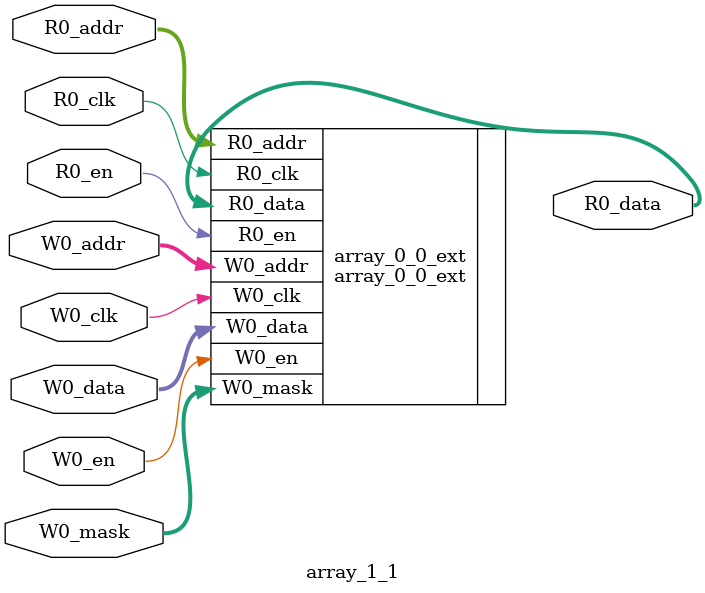
<source format=sv>
module array_1_1(	// @[generators/rocket-chip/src/main/scala/util/DescribedSRAM.scala:17:26]
  input  [7:0]   R0_addr,
  input          R0_en,
  input          R0_clk,
  output [127:0] R0_data,
  input  [7:0]   W0_addr,
  input          W0_en,
  input          W0_clk,
  input  [127:0] W0_data,
  input  [1:0]   W0_mask
);

  array_0_0_ext array_0_0_ext (	// @[generators/rocket-chip/src/main/scala/util/DescribedSRAM.scala:17:26]
    .R0_addr (R0_addr),
    .R0_en   (R0_en),
    .R0_clk  (R0_clk),
    .R0_data (R0_data),
    .W0_addr (W0_addr),
    .W0_en   (W0_en),
    .W0_clk  (W0_clk),
    .W0_data (W0_data),
    .W0_mask (W0_mask)
  );	// @[generators/rocket-chip/src/main/scala/util/DescribedSRAM.scala:17:26]
endmodule


</source>
